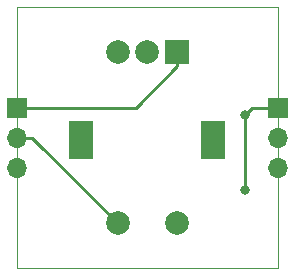
<source format=gbr>
G04 #@! TF.GenerationSoftware,KiCad,Pcbnew,(5.99.0-11522-g728b160719)*
G04 #@! TF.CreationDate,2021-08-06T10:01:23+10:00*
G04 #@! TF.ProjectId,Rotary Encoder,526f7461-7279-4204-956e-636f6465722e,rev?*
G04 #@! TF.SameCoordinates,Original*
G04 #@! TF.FileFunction,Copper,L2,Bot*
G04 #@! TF.FilePolarity,Positive*
%FSLAX46Y46*%
G04 Gerber Fmt 4.6, Leading zero omitted, Abs format (unit mm)*
G04 Created by KiCad (PCBNEW (5.99.0-11522-g728b160719)) date 2021-08-06 10:01:23*
%MOMM*%
%LPD*%
G01*
G04 APERTURE LIST*
G04 #@! TA.AperFunction,Profile*
%ADD10C,0.100000*%
G04 #@! TD*
G04 #@! TA.AperFunction,ComponentPad*
%ADD11R,2.000000X2.000000*%
G04 #@! TD*
G04 #@! TA.AperFunction,ComponentPad*
%ADD12C,2.000000*%
G04 #@! TD*
G04 #@! TA.AperFunction,ComponentPad*
%ADD13R,2.000000X3.200000*%
G04 #@! TD*
G04 #@! TA.AperFunction,ComponentPad*
%ADD14R,1.700000X1.700000*%
G04 #@! TD*
G04 #@! TA.AperFunction,ComponentPad*
%ADD15O,1.700000X1.700000*%
G04 #@! TD*
G04 #@! TA.AperFunction,ViaPad*
%ADD16C,0.800000*%
G04 #@! TD*
G04 #@! TA.AperFunction,Conductor*
%ADD17C,0.250000*%
G04 #@! TD*
G04 APERTURE END LIST*
D10*
X86868000Y-54356000D02*
X108966000Y-54356000D01*
X108966000Y-54356000D02*
X108966000Y-76454000D01*
X108966000Y-76454000D02*
X86868000Y-76454000D01*
X86868000Y-76454000D02*
X86868000Y-54356000D01*
D11*
G04 #@! TO.P,SW1,A,A*
G04 #@! TO.N,/A*
X100417000Y-58155000D03*
D12*
G04 #@! TO.P,SW1,B,B*
G04 #@! TO.N,/B*
X95417000Y-58155000D03*
G04 #@! TO.P,SW1,C,C*
G04 #@! TO.N,GND*
X97917000Y-58155000D03*
D13*
G04 #@! TO.P,SW1,MP*
G04 #@! TO.N,N/C*
X103517000Y-65655000D03*
X92317000Y-65655000D03*
D12*
G04 #@! TO.P,SW1,S1,S1*
G04 #@! TO.N,/SW*
X95417000Y-72655000D03*
G04 #@! TO.P,SW1,S2,S2*
G04 #@! TO.N,GND*
X100417000Y-72655000D03*
G04 #@! TD*
D14*
G04 #@! TO.P,J1,1,Pin_1*
G04 #@! TO.N,+3V3*
X108991000Y-62880000D03*
D15*
G04 #@! TO.P,J1,2,Pin_2*
G04 #@! TO.N,unconnected-(J1-Pad2)*
X108991000Y-65420000D03*
G04 #@! TO.P,J1,3,Pin_3*
G04 #@! TO.N,GND*
X108991000Y-67960000D03*
G04 #@! TD*
D14*
G04 #@! TO.P,J2,1,Pin_1*
G04 #@! TO.N,/A*
X86893000Y-62880000D03*
D15*
G04 #@! TO.P,J2,2,Pin_2*
G04 #@! TO.N,/SW*
X86893000Y-65420000D03*
G04 #@! TO.P,J2,3,Pin_3*
G04 #@! TO.N,/B*
X86893000Y-67960000D03*
G04 #@! TD*
D16*
G04 #@! TO.N,+3V3*
X106172000Y-63500000D03*
X106172000Y-69850000D03*
G04 #@! TD*
D17*
G04 #@! TO.N,+3V3*
X106172000Y-69850000D02*
X106172000Y-63500000D01*
X106172000Y-63500000D02*
X106792000Y-62880000D01*
X106792000Y-62880000D02*
X108840980Y-62880000D01*
G04 #@! TO.N,/A*
X96942000Y-62880000D02*
X86993020Y-62880000D01*
X100417000Y-59405000D02*
X96942000Y-62880000D01*
X100417000Y-58155000D02*
X100417000Y-59405000D01*
G04 #@! TO.N,/SW*
X95417000Y-72655000D02*
X88182000Y-65420000D01*
X88182000Y-65420000D02*
X86993020Y-65420000D01*
G04 #@! TD*
M02*

</source>
